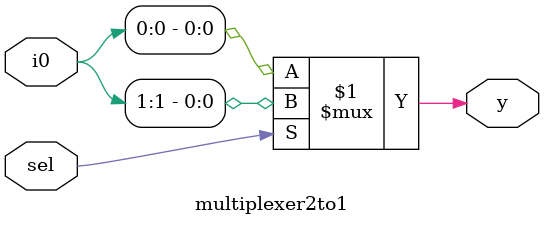
<source format=v>
module multiplexer2to1(i0,sel,y);

	input [1:0] i0;
	input sel;
	output y;
	
	assign y = sel ? i0[1] : i0[0];
	
	endmodule
	
</source>
